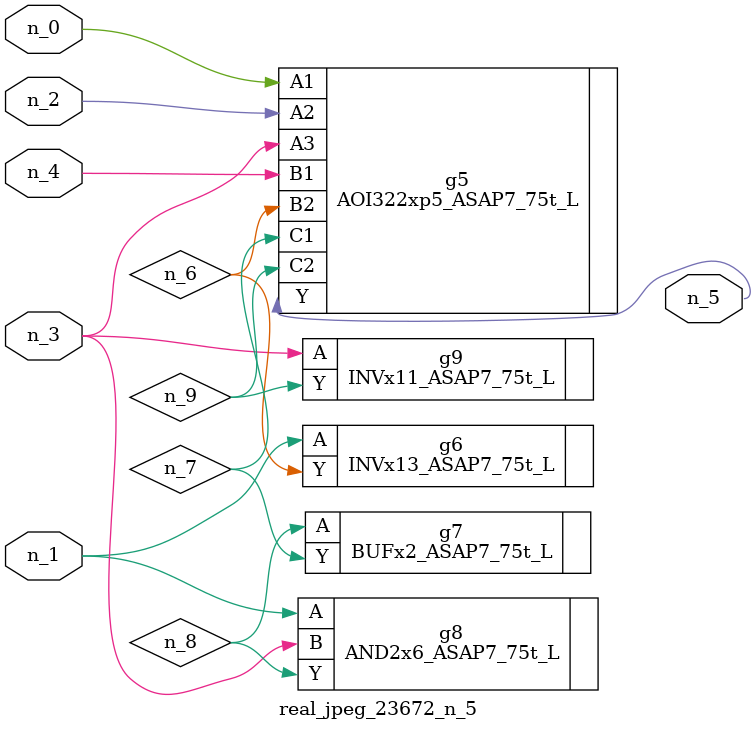
<source format=v>
module real_jpeg_23672_n_5 (n_4, n_0, n_1, n_2, n_3, n_5);

input n_4;
input n_0;
input n_1;
input n_2;
input n_3;

output n_5;

wire n_8;
wire n_6;
wire n_7;
wire n_9;

AOI322xp5_ASAP7_75t_L g5 ( 
.A1(n_0),
.A2(n_2),
.A3(n_3),
.B1(n_4),
.B2(n_6),
.C1(n_7),
.C2(n_9),
.Y(n_5)
);

INVx13_ASAP7_75t_L g6 ( 
.A(n_1),
.Y(n_6)
);

AND2x6_ASAP7_75t_L g8 ( 
.A(n_1),
.B(n_3),
.Y(n_8)
);

INVx11_ASAP7_75t_L g9 ( 
.A(n_3),
.Y(n_9)
);

BUFx2_ASAP7_75t_L g7 ( 
.A(n_8),
.Y(n_7)
);


endmodule
</source>
